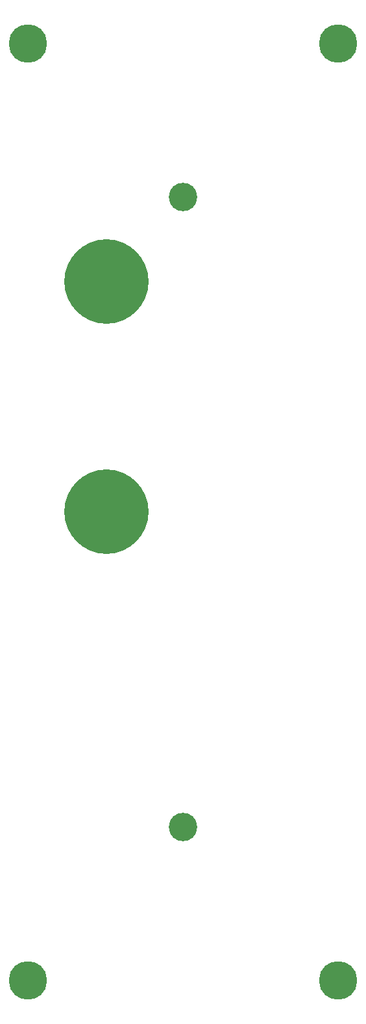
<source format=gbs>
G04 start of page 8 for group -4062 idx -4062 *
G04 Title: 31.001.00.01.01.pcb, soldermask *
G04 Creator: pcb 4.2.1 *
G04 CreationDate: Wed Dec 23 16:06:14 2020 UTC *
G04 For: bert *
G04 Format: Gerber/RS-274X *
G04 PCB-Dimensions (mil): 3937.01 5905.51 *
G04 PCB-Coordinate-Origin: lower left *
%MOIN*%
%FSLAX25Y25*%
%LNGBS*%
%ADD32C,0.4331*%
%ADD31C,0.2559*%
%ADD30C,0.1968*%
%ADD29C,0.1457*%
G54D29*X138780Y137795D03*
G54D30*X59055Y59055D03*
G54D31*X99409Y299213D03*
Y417323D03*
G54D29*X138780Y460630D03*
G54D30*X59055Y539370D03*
X218504D03*
Y59055D03*
G54D32*X99409Y299213D03*
Y417323D03*
M02*

</source>
